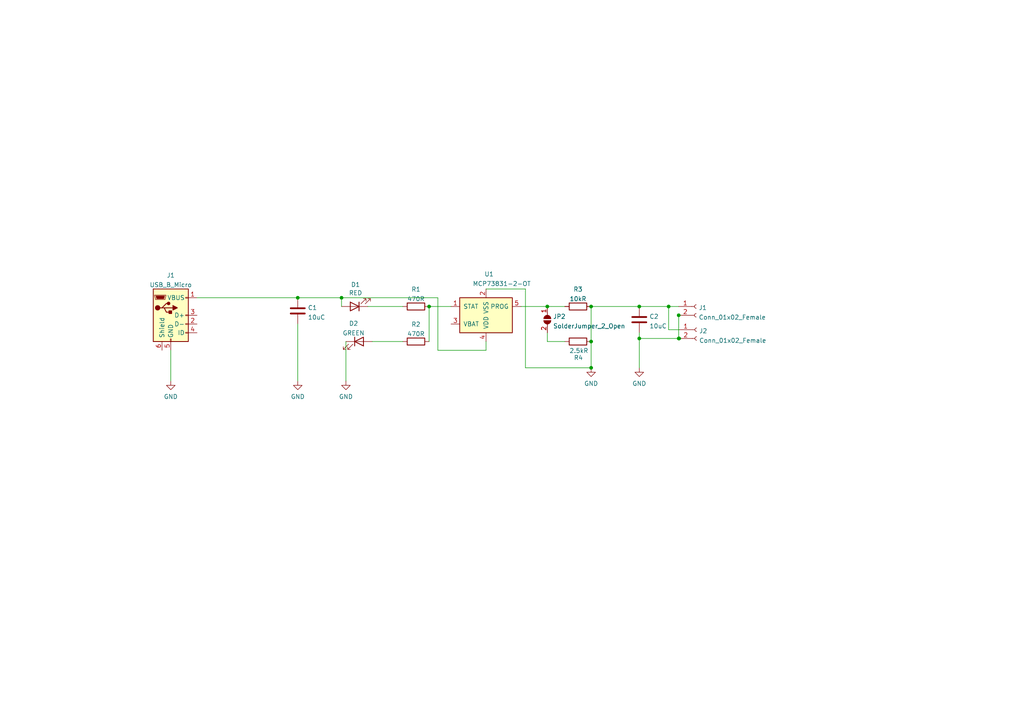
<source format=kicad_sch>
(kicad_sch (version 20211123) (generator eeschema)
  (paper "A4")
  (lib_symbols
    (symbol "Battery_Management:MCP73831-2-OT" (pin_names (offset 1.016))
      (property "Reference" "U" (at -7.62 6.35 0))
      (property "Value" "MCP73831-2-OT" (at 1.27 6.35 0))
      (symbol "MCP73831-2-OT_0_1"
        (rectangle (start -7.62 5.08) (end 7.62 -5.08) (stroke (width 0.254)) (fill (type background)))
      )
      (symbol "MCP73831-2-OT_1_1"
        (pin output line (at 10.16 -2.54 180) (length 2.54) (name "STAT") (number "1"))
        (pin power_in line (at 0 -7.62 90) (length 2.54) (name "VSS") (number "2"))
        (pin power_out line (at 10.16 2.54 180) (length 2.54) (name "VBAT") (number "3"))
        (pin power_in line (at 0 7.62 270) (length 2.54) (name "VDD") (number "4"))
        (pin input line (at -10.16 -2.54 0) (length 2.54) (name "PROG") (number "5"))
      )
    )
    (symbol "Connector:Conn_01x02_Female" (pin_names (offset 1.016) hide)
      (property "Reference" "J" (at 0 2.54 0))
      (property "Value" "Conn_01x02_Female" (at 0 -5.08 0))
      (symbol "Conn_01x02_Female_1_1"
        (arc (start 0 -2.032) (mid -0.508 -2.54) (end 0 -3.048) (stroke (width 0.1524)))
        (polyline (pts (xy -1.27 -2.54) (xy -0.508 -2.54)) (stroke (width 0.1524)))
        (polyline (pts (xy -1.27 0) (xy -0.508 0)) (stroke (width 0.1524)))
        (arc (start 0 0.508) (mid -0.508 0) (end 0 -0.508) (stroke (width 0.1524)))
        (pin passive line (at -5.08 0 0) (length 3.81) (name "Pin_1") (number "1"))
        (pin passive line (at -5.08 -2.54 0) (length 3.81) (name "Pin_2") (number "2"))
      )
    )
    (symbol "Connector:USB_B_Micro" (pin_names (offset 1.016))
      (property "Reference" "J" (at -5.08 11.43 0))
      (property "Value" "USB_B_Micro" (at -5.08 8.89 0))
      (symbol "USB_B_Micro_0_1"
        (rectangle (start -5.08 -7.62) (end 5.08 7.62) (stroke (width 0.254)) (fill (type background)))
        (circle (center -3.81 2.159) (radius 0.635) (stroke (width 0.254)) (fill (type outline)))
        (circle (center -0.635 3.429) (radius 0.381) (stroke (width 0.254)) (fill (type outline)))
        (rectangle (start -0.127 -7.62) (end 0.127 -6.858))
        (polyline (pts (xy -1.905 2.159) (xy 0.635 2.159)) (stroke (width 0.254)))
        (polyline (pts (xy -3.175 2.159) (xy -2.54 2.159) (xy -1.27 3.429) (xy -0.635 3.429)) (stroke (width 0.254)))
        (polyline (pts (xy -2.54 2.159) (xy -1.905 2.159) (xy -1.27 0.889) (xy 0 0.889)) (stroke (width 0.254)))
        (polyline (pts (xy 0.635 2.794) (xy 0.635 1.524) (xy 1.905 2.159) (xy 0.635 2.794)) (stroke (width 0.254)) (fill (type outline)))
        (polyline (pts (xy -4.318 5.588) (xy -1.778 5.588) (xy -2.032 4.826) (xy -4.064 4.826) (xy -4.318 5.588)) (fill (type outline)))
        (polyline (pts (xy -4.699 5.842) (xy -4.699 5.588) (xy -4.445 4.826) (xy -4.445 4.572) (xy -1.651 4.572) (xy -1.651 4.826) (xy -1.397 5.588) (xy -1.397 5.842) (xy -4.699 5.842)))
        (rectangle (start 0.254 1.27) (end -0.508 0.508) (stroke (width 0.254)) (fill (type outline)))
        (rectangle (start 5.08 -5.207) (end 4.318 -4.953))
        (rectangle (start 5.08 -2.667) (end 4.318 -2.413))
        (rectangle (start 5.08 -0.127) (end 4.318 0.127))
        (rectangle (start 5.08 4.953) (end 4.318 5.207))
      )
      (symbol "USB_B_Micro_1_1"
        (pin power_out line (at 7.62 5.08 180) (length 2.54) (name "VBUS") (number "1"))
        (pin bidirectional line (at 7.62 -2.54 180) (length 2.54) (name "D-") (number "2"))
        (pin bidirectional line (at 7.62 0 180) (length 2.54) (name "D+") (number "3"))
        (pin passive line (at 7.62 -5.08 180) (length 2.54) (name "ID") (number "4"))
        (pin power_out line (at 0 -10.16 90) (length 2.54) (name "GND") (number "5"))
        (pin passive line (at -2.54 -10.16 90) (length 2.54) (name "Shield") (number "6"))
      )
    )
    (symbol "Device:C" (pin_numbers hide) (pin_names (offset 0.254))
      (property "Reference" "C" (at 0.635 2.54 0))
      (property "Value" "C" (at 0.635 -2.54 0))
      (symbol "C_0_1"
        (polyline (pts (xy -2.032 -0.762) (xy 2.032 -0.762)) (stroke (width 0.508)))
        (polyline (pts (xy -2.032 0.762) (xy 2.032 0.762)) (stroke (width 0.508)))
      )
      (symbol "C_1_1"
        (pin passive line (at 0 3.81 270) (length 2.794) (name "~") (number "1"))
        (pin passive line (at 0 -3.81 90) (length 2.794) (name "~") (number "2"))
      )
    )
    (symbol "Device:LED" (pin_numbers hide) (pin_names (offset 1.016) hide)
      (property "Reference" "D" (at 0 2.54 0))
      (property "Value" "LED" (at 0 -2.54 0))
      (symbol "LED_0_1"
        (polyline (pts (xy -1.27 -1.27) (xy -1.27 1.27)) (stroke (width 0.254)))
        (polyline (pts (xy -1.27 0) (xy 1.27 0)))
        (polyline (pts (xy 1.27 -1.27) (xy 1.27 1.27) (xy -1.27 0) (xy 1.27 -1.27)) (stroke (width 0.254)))
        (polyline (pts (xy -3.048 -0.762) (xy -4.572 -2.286) (xy -3.81 -2.286) (xy -4.572 -2.286) (xy -4.572 -1.524)))
        (polyline (pts (xy -1.778 -0.762) (xy -3.302 -2.286) (xy -2.54 -2.286) (xy -3.302 -2.286) (xy -3.302 -1.524)))
      )
      (symbol "LED_1_1"
        (pin passive line (at -3.81 0 0) (length 2.54) (name "K") (number "1"))
        (pin passive line (at 3.81 0 180) (length 2.54) (name "A") (number "2"))
      )
    )
    (symbol "Device:R" (pin_numbers hide) (pin_names (offset 0))
      (property "Reference" "R" (at 2.032 0 90))
      (property "Value" "R" (at 0 0 90))
      (symbol "R_0_1"
        (rectangle (start -1.016 -2.54) (end 1.016 2.54) (stroke (width 0.254)))
      )
      (symbol "R_1_1"
        (pin passive line (at 0 3.81 270) (length 1.27) (name "~") (number "1"))
        (pin passive line (at 0 -3.81 90) (length 1.27) (name "~") (number "2"))
      )
    )
    (symbol "Jumper:SolderJumper_2_Open" (pin_names (offset 0) hide)
      (property "Reference" "JP" (at 0 2.032 0))
      (property "Value" "SolderJumper_2_Open" (at 0 -2.54 0))
      (symbol "SolderJumper_2_Open_0_1"
        (arc (start -0.254 1.016) (mid -1.27 0) (end -0.254 -1.016))
        (arc (start -0.254 1.016) (mid -1.27 0) (end -0.254 -1.016) (fill (type outline)))
        (polyline (pts (xy -0.254 1.016) (xy -0.254 -1.016)))
        (polyline (pts (xy 0.254 1.016) (xy 0.254 -1.016)))
        (arc (start 0.254 -1.016) (mid 1.27 0) (end 0.254 1.016))
        (arc (start 0.254 -1.016) (mid 1.27 0) (end 0.254 1.016) (fill (type outline)))
      )
      (symbol "SolderJumper_2_Open_1_1"
        (pin passive line (at -3.81 0 0) (length 2.54) (name "A") (number "1"))
        (pin passive line (at 3.81 0 180) (length 2.54) (name "B") (number "2"))
      )
    )
    (symbol "power:GND" (power) (pin_names (offset 0))
      (property "Value" "GND" (at 0 -3.81 0))
      (symbol "GND_0_1"
        (polyline (pts (xy 0 0) (xy 0 -1.27) (xy 1.27 -1.27) (xy 0 -2.54) (xy -1.27 -1.27) (xy 0 -1.27)))
      )
      (symbol "GND_1_1"
        (pin power_in line (at 0 0 270) (length 0) hide (name "GND") (number "1"))
      )
    )
  )
  (junction (at 196.85 98.171))
  (junction (at 86.36 86.36))
  (junction (at 171.45 106.68))
  (junction (at 193.929 88.9))
  (junction (at 185.42 98.171))
  (junction (at 171.45 88.9))
  (junction (at 196.977 98.171))
  (junction (at 185.42 88.9))
  (junction (at 171.45 99.06))
  (junction (at 99.06 86.36))
  (junction (at 158.75 88.9))
  (junction (at 196.85 91.44))
  (junction (at 124.46 88.9))
  (wire (pts (xy 152.4 106.68) (xy 171.45 106.68)))
  (wire (pts (xy 127 101.6) (xy 127 86.36)))
  (wire (pts (xy 185.42 98.171) (xy 196.85 98.171)))
  (wire (pts (xy 196.977 95.631) (xy 193.929 95.631)))
  (wire (pts (xy 100.33 99.06) (xy 100.33 110.49)))
  (wire (pts (xy 171.45 88.9) (xy 185.42 88.9)))
  (wire (pts (xy 57.15 86.36) (xy 86.36 86.36)))
  (wire (pts (xy 158.75 88.9) (xy 163.83 88.9)))
  (wire (pts (xy 171.45 88.9) (xy 171.45 99.06)))
  (wire (pts (xy 196.85 91.44) (xy 196.85 98.171)))
  (wire (pts (xy 185.42 96.52) (xy 185.42 98.171)))
  (wire (pts (xy 151.13 88.9) (xy 158.75 88.9)))
  (wire (pts (xy 124.46 88.9) (xy 130.81 88.9)))
  (wire (pts (xy 193.929 88.9) (xy 196.85 88.9)))
  (wire (pts (xy 158.75 96.52) (xy 158.75 99.06)))
  (wire (pts (xy 158.75 99.06) (xy 163.83 99.06)))
  (wire (pts (xy 185.42 88.9) (xy 193.929 88.9)))
  (wire (pts (xy 107.95 99.06) (xy 116.84 99.06)))
  (wire (pts (xy 140.97 99.06) (xy 140.97 101.6)))
  (wire (pts (xy 185.42 98.171) (xy 185.42 106.68)))
  (wire (pts (xy 124.46 88.9) (xy 124.46 99.06)))
  (wire (pts (xy 86.36 93.98) (xy 86.36 110.49)))
  (wire (pts (xy 140.97 83.82) (xy 152.4 83.82)))
  (wire (pts (xy 99.06 86.36) (xy 99.06 88.9)))
  (wire (pts (xy 99.06 86.36) (xy 86.36 86.36)))
  (wire (pts (xy 106.68 88.9) (xy 116.84 88.9)))
  (wire (pts (xy 196.85 98.171) (xy 196.977 98.171)))
  (wire (pts (xy 140.97 101.6) (xy 127 101.6)))
  (wire (pts (xy 196.85 91.313) (xy 196.85 91.44)))
  (wire (pts (xy 193.929 95.631) (xy 193.929 88.9)))
  (wire (pts (xy 127 86.36) (xy 99.06 86.36)))
  (wire (pts (xy 152.4 83.82) (xy 152.4 106.68)))
  (wire (pts (xy 171.45 99.06) (xy 171.45 106.68)))
  (wire (pts (xy 49.53 101.6) (xy 49.53 110.49)))
  (symbol (lib_id "Device:LED") (at 104.14 99.06 0) (unit 1)
    (property "Reference" "D2" (at 102.5525 93.8235 0))
    (property "Value" "GREEN" (at 102.5525 96.5986 0))
    (property "Footprint" "LED_SMD:LED_0805_2012Metric" (effects hide))
  )
  (symbol (lib_id "Device:R") (at 167.64 99.06 90) (unit 1)
    (property "Reference" "R4" (at 167.767 103.759 90))
    (property "Value" "2.5kR" (at 167.894 101.727 90))
    (property "Footprint" "Resistor_SMD:R_0805_2012Metric" (effects hide))
  )
  (symbol (lib_id "Jumper:SolderJumper_2_Open") (at 158.75 92.71 270) (unit 1)
    (property "Reference" "JP2" (at 160.401 91.8015 90) (effects (justify left)))
    (property "Value" "SolderJumper_2_Open" (at 160.401 94.5766 90) (effects (justify left)))
    (property "Footprint" "Jumper:SolderJumper-2_P1.3mm_Open_RoundedPad1.0x1.5mm" (effects hide))
  )
  (symbol (lib_id "Connector:Conn_01x02_Female") (at 202.057 95.631 0) (unit 1)
    (property "Reference" "J2" (at 202.7682 95.9925 0) (effects (justify left)))
    (property "Value" "Conn_01x02_Female" (at 202.7682 98.7676 0) (effects (justify left)))
    (property "Footprint" "Connector_PinHeader_2.54mm:PinHeader_1x02_P2.54mm_Vertical" (effects hide))
  )
  (symbol (lib_id "power:GND") (at 185.42 106.68 0) (unit 1)
    (property "Reference" "#PWR?" (effects hide))
    (property "Value" "GND" (at 185.42 111.2425 0))
  )
  (symbol (lib_id "Connector:USB_B_Micro") (at 49.53 91.44 0) (unit 1)
    (property "Reference" "J1" (at 49.53 79.8535 0))
    (property "Value" "USB_B_Micro" (at 49.53 82.6286 0))
  )
  (symbol (lib_id "power:GND") (at 171.45 106.68 0) (unit 1)
    (property "Reference" "#PWR?" (effects hide))
    (property "Value" "GND" (at 171.45 111.2425 0))
  )
  (symbol (lib_id "Device:R") (at 167.64 88.9 90) (unit 1)
    (property "Reference" "R3" (at 167.64 83.9175 90))
    (property "Value" "10kR" (at 167.64 86.6926 90))
    (property "Footprint" "Resistor_SMD:R_0805_2012Metric" (effects hide))
  )
  (symbol (lib_id "Device:R") (at 120.65 99.06 90) (unit 1)
    (property "Reference" "R2" (at 120.65 94.0775 90))
    (property "Value" "470R" (at 120.65 96.8526 90))
    (property "Footprint" "Resistor_SMD:R_0805_2012Metric" (effects hide))
  )
  (symbol (lib_id "power:GND") (at 100.33 110.49 0) (unit 1)
    (property "Reference" "#PWR?" (effects hide))
    (property "Value" "GND" (at 100.33 115.0525 0))
  )
  (symbol (lib_id "Device:R") (at 120.65 88.9 90) (unit 1)
    (property "Reference" "R1" (at 120.65 83.9175 90))
    (property "Value" "470R" (at 120.65 86.6926 90))
    (property "Footprint" "Resistor_SMD:R_0805_2012Metric" (effects hide))
  )
  (symbol (lib_id "Device:LED") (at 102.87 88.9 180) (unit 1)
    (property "Reference" "D1" (at 103.124 82.55 0))
    (property "Value" "RED" (at 103.124 84.963 0))
    (property "Footprint" "LED_SMD:LED_0805_2012Metric" (effects hide))
  )
  (symbol (lib_id "power:GND") (at 86.36 110.49 0) (unit 1)
    (property "Reference" "#PWR?" (effects hide))
    (property "Value" "GND" (at 86.36 115.0525 0))
  )
  (symbol (lib_id "Device:C") (at 86.36 90.17 0) (unit 1)
    (property "Reference" "C1" (at 89.281 89.2615 0) (effects (justify left)))
    (property "Value" "10uC" (at 89.281 92.0366 0) (effects (justify left)))
    (property "Footprint" "Capacitor_SMD:C_0805_2012Metric" (effects hide))
  )
  (symbol (lib_id "Device:C") (at 185.42 92.71 0) (unit 1)
    (property "Reference" "C2" (at 188.341 91.8015 0) (effects (justify left)))
    (property "Value" "10uC" (at 188.341 94.5766 0) (effects (justify left)))
    (property "Footprint" "Capacitor_SMD:C_0805_2012Metric" (effects hide))
  )
  (symbol (lib_id "Battery_Management:MCP73831-2-OT") (at 140.97 91.44 180) (unit 1)
    (property "Reference" "U1" (at 141.859 79.502 0))
    (property "Value" "MCP73831-2-OT" (at 145.542 82.296 0))
    (property "Footprint" "Package_TO_SOT_SMD:SOT-23-5" (effects hide))
    (property "Datasheet" "http://ww1.microchip.com/downloads/en/DeviceDoc/20001984g.pdf" (effects hide))
  )
  (symbol (lib_id "power:GND") (at 49.53 110.49 0) (unit 1)
    (property "Reference" "#PWR?" (effects hide))
    (property "Value" "GND" (at 49.53 115.0525 0))
  )
  (symbol (lib_id "Connector:Conn_01x02_Female") (at 201.93 88.9 0) (unit 1)
    (property "Reference" "J1" (at 202.6412 89.2615 0) (effects (justify left)))
    (property "Value" "Conn_01x02_Female" (at 202.6412 92.0366 0) (effects (justify left)))
    (property "Footprint" "Connector_JST:JST_PH_S2B-PH-K_1x02_P2.00mm_Horizontal" (effects hide))
  )
)
</source>
